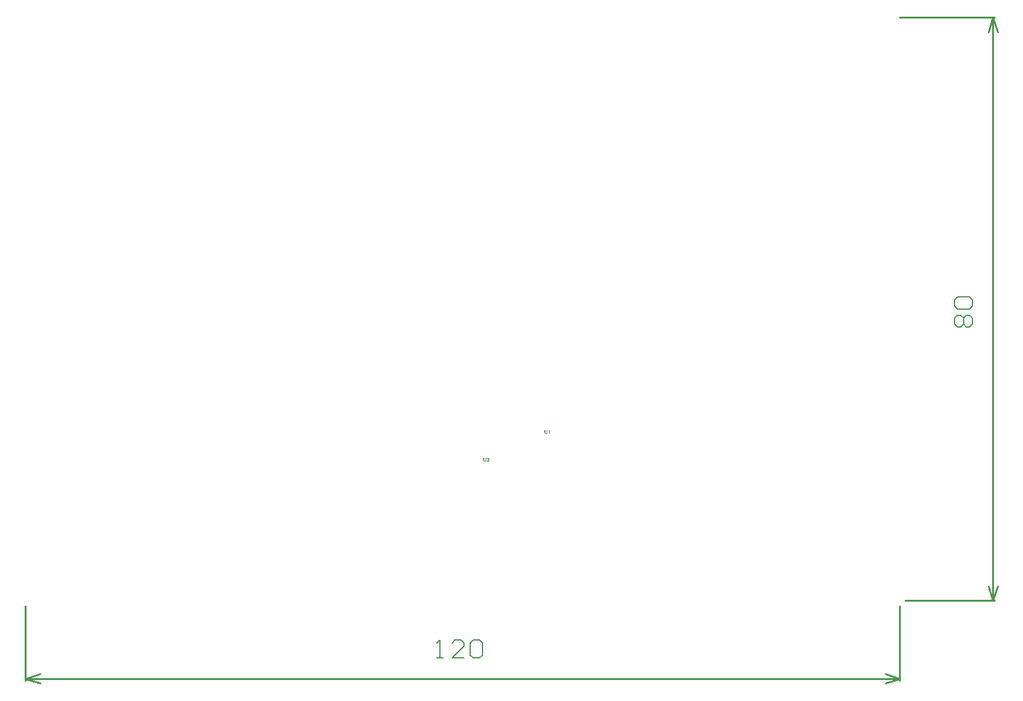
<source format=gm1>
G04*
G04 #@! TF.GenerationSoftware,Altium Limited,Altium Designer,22.7.1 (60)*
G04*
G04 Layer_Color=48896*
%FSLAX44Y44*%
%MOMM*%
G71*
G04*
G04 #@! TF.SameCoordinates,F9262A58-C723-4885-9EE7-A1CEE64B0761*
G04*
G04*
G04 #@! TF.FilePolarity,Positive*
G04*
G01*
G75*
%ADD14C,0.2540*%
%ADD98C,0.1524*%
G36*
X716550Y231017D02*
Y231010D01*
Y230980D01*
Y230928D01*
Y230869D01*
Y230795D01*
X716543Y230707D01*
Y230611D01*
Y230514D01*
X716528Y230300D01*
X716513Y230078D01*
X716506Y229982D01*
X716491Y229886D01*
X716476Y229797D01*
X716461Y229716D01*
Y229709D01*
X716454Y229701D01*
Y229679D01*
X716447Y229657D01*
X716424Y229583D01*
X716395Y229494D01*
X716350Y229391D01*
X716299Y229287D01*
X716232Y229177D01*
X716151Y229073D01*
X716143Y229058D01*
X716114Y229029D01*
X716062Y228984D01*
X715996Y228925D01*
X715907Y228859D01*
X715804Y228792D01*
X715685Y228718D01*
X715552Y228659D01*
X715545D01*
X715537Y228652D01*
X715515Y228644D01*
X715486Y228637D01*
X715449Y228622D01*
X715404Y228607D01*
X715345Y228593D01*
X715286Y228585D01*
X715146Y228556D01*
X714976Y228526D01*
X714783Y228511D01*
X714569Y228504D01*
X714451D01*
X714384Y228511D01*
X714318D01*
X714237Y228519D01*
X714155Y228526D01*
X713978Y228541D01*
X713793Y228570D01*
X713608Y228615D01*
X713527Y228637D01*
X713453Y228666D01*
X713446D01*
X713438Y228674D01*
X713394Y228696D01*
X713320Y228733D01*
X713239Y228785D01*
X713143Y228851D01*
X713039Y228925D01*
X712943Y229014D01*
X712854Y229110D01*
X712847Y229125D01*
X712817Y229154D01*
X712780Y229214D01*
X712736Y229287D01*
X712692Y229369D01*
X712640Y229465D01*
X712603Y229568D01*
X712566Y229679D01*
Y229687D01*
X712559Y229701D01*
Y229723D01*
X712551Y229760D01*
X712544Y229805D01*
X712536Y229864D01*
X712529Y229930D01*
X712522Y230004D01*
X712507Y230093D01*
X712500Y230189D01*
X712492Y230293D01*
X712485Y230411D01*
X712477Y230536D01*
Y230677D01*
X712470Y230825D01*
Y230980D01*
Y233715D01*
X713505D01*
Y230936D01*
Y230928D01*
Y230906D01*
Y230877D01*
Y230832D01*
Y230773D01*
Y230714D01*
X713512Y230581D01*
Y230433D01*
X713520Y230293D01*
X713527Y230226D01*
Y230167D01*
X713534Y230123D01*
X713542Y230078D01*
Y230063D01*
X713557Y230026D01*
X713579Y229967D01*
X713608Y229893D01*
X713645Y229812D01*
X713704Y229731D01*
X713771Y229642D01*
X713852Y229568D01*
X713867Y229561D01*
X713896Y229539D01*
X713956Y229509D01*
X714030Y229480D01*
X714133Y229443D01*
X714251Y229413D01*
X714384Y229391D01*
X714540Y229384D01*
X714613D01*
X714687Y229391D01*
X714783Y229406D01*
X714894Y229428D01*
X714998Y229457D01*
X715109Y229502D01*
X715197Y229561D01*
X715205Y229568D01*
X715234Y229590D01*
X715271Y229627D01*
X715316Y229679D01*
X715360Y229746D01*
X715404Y229820D01*
X715441Y229901D01*
X715463Y229997D01*
Y230012D01*
X715471Y230049D01*
X715478Y230115D01*
X715493Y230204D01*
Y230263D01*
X715500Y230330D01*
Y230403D01*
X715508Y230477D01*
Y230566D01*
X715515Y230662D01*
Y230766D01*
Y230877D01*
Y233715D01*
X716550D01*
Y231017D01*
D02*
G37*
G36*
X719928Y228600D02*
X718945D01*
Y232303D01*
X718938Y232296D01*
X718923Y232281D01*
X718893Y232259D01*
X718849Y232222D01*
X718797Y232177D01*
X718738Y232133D01*
X718664Y232081D01*
X718583Y232022D01*
X718494Y231963D01*
X718398Y231904D01*
X718294Y231837D01*
X718184Y231778D01*
X717947Y231667D01*
X717681Y231564D01*
Y232451D01*
X717688D01*
X717696Y232458D01*
X717718Y232466D01*
X717747Y232473D01*
X717821Y232510D01*
X717925Y232554D01*
X718051Y232614D01*
X718191Y232695D01*
X718346Y232798D01*
X718509Y232917D01*
X718516Y232924D01*
X718531Y232931D01*
X718553Y232953D01*
X718583Y232983D01*
X718664Y233057D01*
X718753Y233153D01*
X718856Y233271D01*
X718960Y233419D01*
X719056Y233574D01*
X719130Y233744D01*
X719928D01*
Y228600D01*
D02*
G37*
G36*
X632730Y192917D02*
Y192910D01*
Y192880D01*
Y192828D01*
Y192769D01*
Y192695D01*
X632723Y192607D01*
Y192511D01*
Y192414D01*
X632708Y192200D01*
X632693Y191978D01*
X632686Y191882D01*
X632671Y191786D01*
X632656Y191697D01*
X632641Y191616D01*
Y191609D01*
X632634Y191601D01*
Y191579D01*
X632627Y191557D01*
X632604Y191483D01*
X632575Y191394D01*
X632531Y191291D01*
X632479Y191187D01*
X632412Y191077D01*
X632331Y190973D01*
X632323Y190958D01*
X632294Y190929D01*
X632242Y190884D01*
X632176Y190825D01*
X632087Y190759D01*
X631983Y190692D01*
X631865Y190618D01*
X631732Y190559D01*
X631725D01*
X631717Y190552D01*
X631695Y190544D01*
X631666Y190537D01*
X631629Y190522D01*
X631584Y190507D01*
X631525Y190493D01*
X631466Y190485D01*
X631326Y190456D01*
X631156Y190426D01*
X630964Y190411D01*
X630749Y190404D01*
X630631D01*
X630564Y190411D01*
X630498D01*
X630416Y190419D01*
X630335Y190426D01*
X630158Y190441D01*
X629973Y190470D01*
X629788Y190515D01*
X629707Y190537D01*
X629633Y190567D01*
X629626D01*
X629618Y190574D01*
X629574Y190596D01*
X629500Y190633D01*
X629419Y190685D01*
X629323Y190751D01*
X629219Y190825D01*
X629123Y190914D01*
X629034Y191010D01*
X629027Y191025D01*
X628997Y191054D01*
X628960Y191113D01*
X628916Y191187D01*
X628872Y191269D01*
X628820Y191365D01*
X628783Y191468D01*
X628746Y191579D01*
Y191586D01*
X628739Y191601D01*
Y191623D01*
X628731Y191660D01*
X628724Y191705D01*
X628717Y191764D01*
X628709Y191831D01*
X628702Y191904D01*
X628687Y191993D01*
X628680Y192089D01*
X628672Y192193D01*
X628665Y192311D01*
X628657Y192437D01*
Y192577D01*
X628650Y192725D01*
Y192880D01*
Y195615D01*
X629685D01*
Y192836D01*
Y192828D01*
Y192806D01*
Y192777D01*
Y192732D01*
Y192673D01*
Y192614D01*
X629692Y192481D01*
Y192333D01*
X629700Y192193D01*
X629707Y192126D01*
Y192067D01*
X629714Y192023D01*
X629722Y191978D01*
Y191964D01*
X629737Y191926D01*
X629759Y191867D01*
X629788Y191793D01*
X629825Y191712D01*
X629884Y191631D01*
X629951Y191542D01*
X630032Y191468D01*
X630047Y191461D01*
X630076Y191439D01*
X630136Y191409D01*
X630210Y191380D01*
X630313Y191343D01*
X630431Y191313D01*
X630564Y191291D01*
X630720Y191283D01*
X630793D01*
X630867Y191291D01*
X630964Y191306D01*
X631074Y191328D01*
X631178Y191357D01*
X631289Y191402D01*
X631377Y191461D01*
X631385Y191468D01*
X631414Y191490D01*
X631451Y191527D01*
X631496Y191579D01*
X631540Y191646D01*
X631584Y191720D01*
X631621Y191801D01*
X631643Y191897D01*
Y191912D01*
X631651Y191949D01*
X631658Y192015D01*
X631673Y192104D01*
Y192163D01*
X631680Y192230D01*
Y192304D01*
X631688Y192377D01*
Y192466D01*
X631695Y192562D01*
Y192666D01*
Y192777D01*
Y195615D01*
X632730D01*
Y192917D01*
D02*
G37*
G36*
X635413Y195637D02*
X635480Y195630D01*
X635554Y195622D01*
X635635Y195607D01*
X635724Y195593D01*
X635916Y195541D01*
X636108Y195467D01*
X636211Y195423D01*
X636300Y195371D01*
X636396Y195304D01*
X636478Y195231D01*
X636485Y195223D01*
X636500Y195216D01*
X636514Y195186D01*
X636544Y195157D01*
X636581Y195120D01*
X636618Y195068D01*
X636655Y195016D01*
X636699Y194950D01*
X636773Y194802D01*
X636847Y194632D01*
X636877Y194536D01*
X636891Y194432D01*
X636906Y194321D01*
X636914Y194210D01*
Y194196D01*
Y194151D01*
X636906Y194085D01*
X636899Y194004D01*
X636884Y193900D01*
X636862Y193789D01*
X636832Y193671D01*
X636788Y193553D01*
X636781Y193538D01*
X636766Y193501D01*
X636736Y193434D01*
X636692Y193353D01*
X636640Y193257D01*
X636574Y193146D01*
X636492Y193028D01*
X636396Y192902D01*
X636389Y192895D01*
X636359Y192858D01*
X636315Y192806D01*
X636248Y192732D01*
X636160Y192644D01*
X636049Y192525D01*
X635916Y192400D01*
X635753Y192244D01*
X635746Y192237D01*
X635731Y192230D01*
X635709Y192207D01*
X635679Y192178D01*
X635598Y192104D01*
X635502Y192015D01*
X635406Y191919D01*
X635310Y191823D01*
X635221Y191742D01*
X635191Y191705D01*
X635162Y191675D01*
X635154Y191668D01*
X635140Y191653D01*
X635117Y191623D01*
X635088Y191586D01*
X635021Y191505D01*
X634962Y191409D01*
X636914D01*
Y190500D01*
X633477D01*
Y190507D01*
Y190522D01*
X633484Y190552D01*
X633491Y190589D01*
X633499Y190633D01*
X633506Y190685D01*
X633536Y190818D01*
X633580Y190966D01*
X633639Y191128D01*
X633713Y191306D01*
X633809Y191476D01*
Y191483D01*
X633824Y191498D01*
X633839Y191527D01*
X633868Y191557D01*
X633898Y191609D01*
X633942Y191660D01*
X633994Y191727D01*
X634053Y191801D01*
X634120Y191890D01*
X634201Y191978D01*
X634290Y192082D01*
X634393Y192193D01*
X634504Y192304D01*
X634630Y192429D01*
X634763Y192562D01*
X634911Y192703D01*
X634918Y192710D01*
X634940Y192732D01*
X634970Y192762D01*
X635014Y192806D01*
X635073Y192850D01*
X635132Y192910D01*
X635265Y193043D01*
X635398Y193183D01*
X635531Y193323D01*
X635591Y193383D01*
X635650Y193449D01*
X635694Y193501D01*
X635724Y193545D01*
X635731Y193560D01*
X635753Y193597D01*
X635790Y193656D01*
X635827Y193737D01*
X635864Y193826D01*
X635901Y193930D01*
X635923Y194033D01*
X635930Y194144D01*
Y194151D01*
Y194159D01*
Y194196D01*
X635923Y194262D01*
X635908Y194336D01*
X635886Y194417D01*
X635857Y194499D01*
X635812Y194580D01*
X635753Y194654D01*
X635746Y194661D01*
X635724Y194683D01*
X635679Y194713D01*
X635628Y194743D01*
X635554Y194772D01*
X635472Y194802D01*
X635376Y194824D01*
X635265Y194831D01*
X635214D01*
X635154Y194824D01*
X635088Y194809D01*
X635007Y194787D01*
X634925Y194750D01*
X634844Y194706D01*
X634770Y194647D01*
X634763Y194639D01*
X634740Y194610D01*
X634711Y194565D01*
X634681Y194499D01*
X634644Y194417D01*
X634615Y194307D01*
X634585Y194181D01*
X634571Y194033D01*
X633595Y194129D01*
Y194137D01*
X633602Y194166D01*
Y194203D01*
X633617Y194262D01*
X633624Y194329D01*
X633647Y194403D01*
X633669Y194484D01*
X633691Y194580D01*
X633765Y194765D01*
X633853Y194957D01*
X633913Y195053D01*
X633979Y195142D01*
X634053Y195216D01*
X634134Y195290D01*
X634142Y195297D01*
X634157Y195304D01*
X634179Y195319D01*
X634216Y195349D01*
X634260Y195371D01*
X634319Y195401D01*
X634378Y195438D01*
X634452Y195467D01*
X634534Y195504D01*
X634622Y195534D01*
X634814Y195593D01*
X635044Y195630D01*
X635162Y195637D01*
X635288Y195644D01*
X635361D01*
X635413Y195637D01*
D02*
G37*
D14*
X1321245Y20000D02*
X1327912Y0D01*
X1334579Y20000D01*
X1327912Y800000D02*
X1334579Y780000D01*
X1321245D02*
X1327912Y800000D01*
Y0D02*
Y400000D01*
Y800000D01*
X1207540Y0D02*
X1330452D01*
X1200000Y800000D02*
X1330452D01*
X0Y-106934D02*
X20000Y-100267D01*
X0Y-106934D02*
X20000Y-113601D01*
X1180000D02*
X1200000Y-106934D01*
X1180000Y-100267D02*
X1200000Y-106934D01*
X0D02*
X600000D01*
X1200000D01*
X0Y-109474D02*
Y-7540D01*
X1200000Y-109474D02*
Y-7540D01*
D98*
X1279045Y375109D02*
X1274880Y379275D01*
Y387605D01*
X1279045Y391771D01*
X1283211D01*
X1287376Y387605D01*
X1291541Y391771D01*
X1295707D01*
X1299872Y387605D01*
Y379275D01*
X1295707Y375109D01*
X1291541D01*
X1287376Y379275D01*
X1283211Y375109D01*
X1279045D01*
X1287376Y379275D02*
Y387605D01*
X1279045Y400101D02*
X1274880Y404267D01*
Y412597D01*
X1279045Y416763D01*
X1295707D01*
X1299872Y412597D01*
Y404267D01*
X1295707Y400101D01*
X1279045D01*
X564696Y-78894D02*
X573027D01*
X568861D01*
Y-53902D01*
X564696Y-58067D01*
X602184Y-78894D02*
X585523D01*
X602184Y-62233D01*
Y-58067D01*
X598019Y-53902D01*
X589688D01*
X585523Y-58067D01*
X610515D02*
X614680Y-53902D01*
X623011D01*
X627176Y-58067D01*
Y-74729D01*
X623011Y-78894D01*
X614680D01*
X610515Y-74729D01*
Y-58067D01*
M02*

</source>
